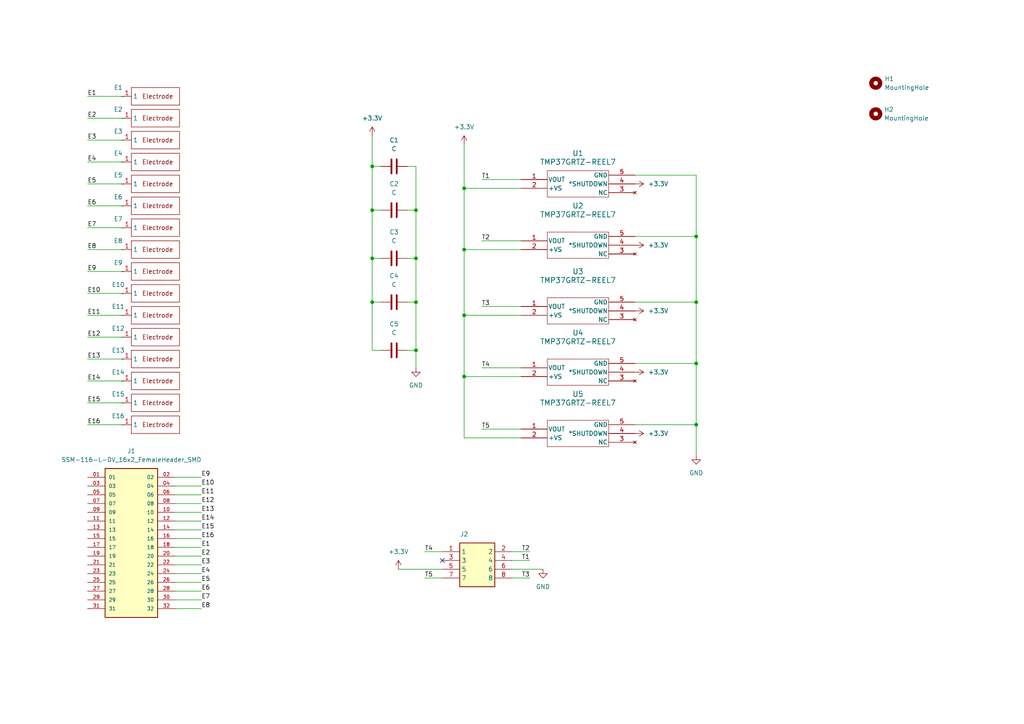
<source format=kicad_sch>
(kicad_sch (version 20230121) (generator eeschema)
  (paper "A4")
  (lib_symbols
    (symbol "Device:C" (pin_numbers hide) (pin_names (offset 0.254))
      (property "Reference" "C" (at 0.635 2.54 0))
      (property "Value" "C" (at 0.635 -2.54 0))
      (symbol "C_0_1"
        (polyline (pts (xy -2.032 -0.762) (xy 2.032 -0.762)) (stroke (width 0.508)))
        (polyline (pts (xy -2.032 0.762) (xy 2.032 0.762)) (stroke (width 0.508)))
      )
      (symbol "C_1_1"
        (pin passive line (at 0 3.81 270) (length 2.794) (name "~") (number "1"))
        (pin passive line (at 0 -3.81 90) (length 2.794) (name "~") (number "2"))
      )
    )
    (symbol "MasterThesis_library:61030821821"
      (property "Reference" "J" (at 3.81 7.62 0))
      (property "Value" "61030821821_4x2_SMD_FemaleHeader" (at 3.81 5.08 0))
      (symbol "61030821821_1_1"
        (rectangle (start 5.08 2.54) (end 15.24 -10.16) (stroke (width 0.254)) (fill (type background)))
        (pin passive line (at 0 0 0) (length 5.08) (name "1") (number "1"))
        (pin passive line (at 20.32 0 180) (length 5.08) (name "2") (number "2"))
        (pin passive line (at 0 -2.54 0) (length 5.08) (name "3") (number "3"))
        (pin passive line (at 20.32 -2.54 180) (length 5.08) (name "4") (number "4"))
        (pin passive line (at 0 -5.08 0) (length 5.08) (name "5") (number "5"))
        (pin passive line (at 20.32 -5.08 180) (length 5.08) (name "6") (number "6"))
        (pin passive line (at 0 -7.62 0) (length 5.08) (name "7") (number "7"))
        (pin passive line (at 20.32 -7.62 180) (length 5.08) (name "8") (number "8"))
      )
    )
    (symbol "MasterThesis_library:Electrode"
      (property "Reference" "E" (at -1.27 2.54 0))
      (symbol "Electrode_0_1"
        (rectangle (start 2.54 2.54) (end 16.51 -2.54))
      )
      (symbol "Electrode_1_1"
        (text "Electrode" (at 10.16 0 0) (effects (font (size 1.27 1.27))))
        (pin bidirectional line (at 0 0 0) (length 2.54) (name "1") (number "1"))
      )
    )
    (symbol "MasterThesis_library:SSM-116-L-DV_16x2_FemaleHeader_SMD" (pin_names (offset 1.016))
      (property "Reference" "J" (at -7.62 24.13 0))
      (property "Value" "SSM-116-L-DV_16x2_FemaleHeader_SMD" (at -7.62 -22.86 0))
      (symbol "SSM-116-L-DV_16x2_FemaleHeader_SMD_0_0"
        (rectangle (start -7.62 22.86) (end 7.62 -20.32) (stroke (width 0.254)) (fill (type background)))
        (pin passive line (at -12.7 20.32 0) (length 5.08) (name "01") (number "01"))
        (pin passive line (at 12.7 20.32 180) (length 5.08) (name "02") (number "02"))
        (pin passive line (at -12.7 17.78 0) (length 5.08) (name "03") (number "03"))
        (pin passive line (at 12.7 17.78 180) (length 5.08) (name "04") (number "04"))
        (pin passive line (at -12.7 15.24 0) (length 5.08) (name "05") (number "05"))
        (pin passive line (at 12.7 15.24 180) (length 5.08) (name "06") (number "06"))
        (pin passive line (at -12.7 12.7 0) (length 5.08) (name "07") (number "07"))
        (pin passive line (at 12.7 12.7 180) (length 5.08) (name "08") (number "08"))
        (pin passive line (at -12.7 10.16 0) (length 5.08) (name "09") (number "09"))
        (pin passive line (at 12.7 10.16 180) (length 5.08) (name "10") (number "10"))
        (pin passive line (at -12.7 7.62 0) (length 5.08) (name "11") (number "11"))
        (pin passive line (at 12.7 7.62 180) (length 5.08) (name "12") (number "12"))
        (pin passive line (at -12.7 5.08 0) (length 5.08) (name "13") (number "13"))
        (pin passive line (at 12.7 5.08 180) (length 5.08) (name "14") (number "14"))
        (pin passive line (at -12.7 2.54 0) (length 5.08) (name "15") (number "15"))
        (pin passive line (at 12.7 2.54 180) (length 5.08) (name "16") (number "16"))
        (pin passive line (at -12.7 0 0) (length 5.08) (name "17") (number "17"))
        (pin passive line (at 12.7 0 180) (length 5.08) (name "18") (number "18"))
        (pin passive line (at -12.7 -2.54 0) (length 5.08) (name "19") (number "19"))
        (pin passive line (at 12.7 -2.54 180) (length 5.08) (name "20") (number "20"))
        (pin passive line (at -12.7 -5.08 0) (length 5.08) (name "21") (number "21"))
        (pin passive line (at 12.7 -5.08 180) (length 5.08) (name "22") (number "22"))
        (pin passive line (at -12.7 -7.62 0) (length 5.08) (name "23") (number "23"))
        (pin passive line (at 12.7 -7.62 180) (length 5.08) (name "24") (number "24"))
        (pin passive line (at -12.7 -10.16 0) (length 5.08) (name "25") (number "25"))
        (pin passive line (at 12.7 -10.16 180) (length 5.08) (name "26") (number "26"))
        (pin passive line (at -12.7 -12.7 0) (length 5.08) (name "27") (number "27"))
        (pin passive line (at 12.7 -12.7 180) (length 5.08) (name "28") (number "28"))
        (pin passive line (at -12.7 -15.24 0) (length 5.08) (name "29") (number "29"))
        (pin passive line (at 12.7 -15.24 180) (length 5.08) (name "30") (number "30"))
        (pin passive line (at -12.7 -17.78 0) (length 5.08) (name "31") (number "31"))
        (pin passive line (at 12.7 -17.78 180) (length 5.08) (name "32") (number "32"))
      )
    )
    (symbol "MasterThesis_library:TMP37GRTZ-REEL7" (pin_names (offset 0.254))
      (property "Reference" "U" (at 16.51 10.16 0))
      (property "Value" "TMP37GRTZ-REEL7" (at 16.51 7.62 0))
      (symbol "TMP37GRTZ-REEL7_0_1"
        (polyline (pts (xy 7.62 -5.08) (xy 25.4 -5.08)) (stroke (width 0.127)))
        (polyline (pts (xy 7.62 2.54) (xy 7.62 -5.08)) (stroke (width 0.127)))
        (polyline (pts (xy 25.4 -5.08) (xy 25.4 2.54)) (stroke (width 0.127)))
        (polyline (pts (xy 25.4 2.54) (xy 7.62 2.54)) (stroke (width 0.127)))
        (pin output line (at 0 0 0) (length 7.62) (name "VOUT") (number "1"))
        (pin power_in line (at 0 -2.54 0) (length 7.62) (name "+VS") (number "2"))
        (pin no_connect line (at 33.02 -3.81 180) (length 7.62) (name "NC") (number "3"))
        (pin unspecified line (at 33.02 -1.27 180) (length 7.62) (name "*SHUTDOWN") (number "4"))
        (pin power_out line (at 33.02 1.27 180) (length 7.62) (name "GND") (number "5"))
      )
    )
    (symbol "Mechanical:MountingHole" (pin_names (offset 1.016))
      (property "Reference" "H" (at 0 5.08 0))
      (property "Value" "MountingHole" (at 0 3.175 0))
      (symbol "MountingHole_0_1"
        (circle (center 0 0) (radius 1.27) (stroke (width 1.27)))
      )
    )
    (symbol "power:+3.3V" (power) (pin_names (offset 0))
      (property "Value" "+3.3V" (at 0 3.556 0))
      (symbol "+3.3V_0_1"
        (polyline (pts (xy -0.762 1.27) (xy 0 2.54)))
        (polyline (pts (xy 0 0) (xy 0 2.54)))
        (polyline (pts (xy 0 2.54) (xy 0.762 1.27)))
      )
      (symbol "+3.3V_1_1"
        (pin power_in line (at 0 0 90) (length 0) hide (name "+3.3V") (number "1"))
      )
    )
    (symbol "power:GND" (power) (pin_names (offset 0))
      (property "Value" "GND" (at 0 -3.81 0))
      (symbol "GND_0_1"
        (polyline (pts (xy 0 0) (xy 0 -1.27) (xy 1.27 -1.27) (xy 0 -2.54) (xy -1.27 -1.27) (xy 0 -1.27)))
      )
      (symbol "GND_1_1"
        (pin power_in line (at 0 0 270) (length 0) hide (name "GND") (number "1"))
      )
    )
  )
  (junction (at 107.95 60.96))
  (junction (at 107.95 74.93))
  (junction (at 107.95 87.63))
  (junction (at 134.62 54.61))
  (junction (at 120.65 60.96))
  (junction (at 201.93 68.58))
  (junction (at 107.95 48.26))
  (junction (at 120.65 74.93))
  (junction (at 120.65 87.63))
  (junction (at 120.65 101.6))
  (junction (at 201.93 87.63))
  (junction (at 134.62 109.22))
  (junction (at 134.62 91.44))
  (junction (at 201.93 105.41))
  (junction (at 201.93 123.19))
  (junction (at 134.62 72.39))
  (no_connect (at 128.27 162.56))
  (wire (pts (xy 25.4 123.19) (xy 35.56 123.19)))
  (wire (pts (xy 58.42 168.91) (xy 50.8 168.91)))
  (wire (pts (xy 139.7 106.68) (xy 151.13 106.68)))
  (wire (pts (xy 50.8 161.29) (xy 58.42 161.29)))
  (wire (pts (xy 25.4 66.04) (xy 35.56 66.04)))
  (wire (pts (xy 110.49 87.63) (xy 107.95 87.63)))
  (wire (pts (xy 151.13 127) (xy 134.62 127)))
  (wire (pts (xy 139.7 69.85) (xy 151.13 69.85)))
  (wire (pts (xy 120.65 60.96) (xy 120.65 48.26)))
  (wire (pts (xy 153.67 160.02) (xy 148.59 160.02)))
  (wire (pts (xy 50.8 158.75) (xy 58.42 158.75)))
  (wire (pts (xy 118.11 87.63) (xy 120.65 87.63)))
  (wire (pts (xy 107.95 48.26) (xy 110.49 48.26)))
  (wire (pts (xy 139.7 88.9) (xy 151.13 88.9)))
  (wire (pts (xy 134.62 54.61) (xy 134.62 72.39)))
  (wire (pts (xy 201.93 123.19) (xy 201.93 132.08)))
  (wire (pts (xy 201.93 50.8) (xy 201.93 68.58)))
  (wire (pts (xy 25.4 85.09) (xy 35.56 85.09)))
  (wire (pts (xy 58.42 163.83) (xy 50.8 163.83)))
  (wire (pts (xy 25.4 40.64) (xy 35.56 40.64)))
  (wire (pts (xy 107.95 60.96) (xy 107.95 74.93)))
  (wire (pts (xy 153.67 162.56) (xy 148.59 162.56)))
  (wire (pts (xy 58.42 148.59) (xy 50.8 148.59)))
  (wire (pts (xy 25.4 34.29) (xy 35.56 34.29)))
  (wire (pts (xy 25.4 46.99) (xy 35.56 46.99)))
  (wire (pts (xy 201.93 105.41) (xy 201.93 123.19)))
  (wire (pts (xy 151.13 91.44) (xy 134.62 91.44)))
  (wire (pts (xy 107.95 39.37) (xy 107.95 48.26)))
  (wire (pts (xy 184.15 123.19) (xy 201.93 123.19)))
  (wire (pts (xy 58.42 173.99) (xy 50.8 173.99)))
  (wire (pts (xy 25.4 27.94) (xy 35.56 27.94)))
  (wire (pts (xy 134.62 127) (xy 134.62 109.22)))
  (wire (pts (xy 134.62 54.61) (xy 151.13 54.61)))
  (wire (pts (xy 107.95 101.6) (xy 107.95 87.63)))
  (wire (pts (xy 120.65 48.26) (xy 118.11 48.26)))
  (wire (pts (xy 201.93 68.58) (xy 201.93 87.63)))
  (wire (pts (xy 134.62 109.22) (xy 134.62 91.44)))
  (wire (pts (xy 25.4 104.14) (xy 35.56 104.14)))
  (wire (pts (xy 25.4 97.79) (xy 35.56 97.79)))
  (wire (pts (xy 107.95 48.26) (xy 107.95 60.96)))
  (wire (pts (xy 58.42 140.97) (xy 50.8 140.97)))
  (wire (pts (xy 58.42 138.43) (xy 50.8 138.43)))
  (wire (pts (xy 201.93 87.63) (xy 201.93 105.41)))
  (wire (pts (xy 58.42 156.21) (xy 50.8 156.21)))
  (wire (pts (xy 184.15 105.41) (xy 201.93 105.41)))
  (wire (pts (xy 184.15 87.63) (xy 201.93 87.63)))
  (wire (pts (xy 153.67 167.64) (xy 148.59 167.64)))
  (wire (pts (xy 134.62 91.44) (xy 134.62 72.39)))
  (wire (pts (xy 58.42 143.51) (xy 50.8 143.51)))
  (wire (pts (xy 107.95 87.63) (xy 107.95 74.93)))
  (wire (pts (xy 58.42 176.53) (xy 50.8 176.53)))
  (wire (pts (xy 139.7 52.07) (xy 151.13 52.07)))
  (wire (pts (xy 118.11 74.93) (xy 120.65 74.93)))
  (wire (pts (xy 58.42 153.67) (xy 50.8 153.67)))
  (wire (pts (xy 120.65 87.63) (xy 120.65 74.93)))
  (wire (pts (xy 123.19 167.64) (xy 128.27 167.64)))
  (wire (pts (xy 25.4 72.39) (xy 35.56 72.39)))
  (wire (pts (xy 110.49 60.96) (xy 107.95 60.96)))
  (wire (pts (xy 58.42 151.13) (xy 50.8 151.13)))
  (wire (pts (xy 58.42 171.45) (xy 50.8 171.45)))
  (wire (pts (xy 151.13 109.22) (xy 134.62 109.22)))
  (wire (pts (xy 157.48 165.1) (xy 148.59 165.1)))
  (wire (pts (xy 25.4 91.44) (xy 35.56 91.44)))
  (wire (pts (xy 134.62 54.61) (xy 134.62 41.91)))
  (wire (pts (xy 139.7 124.46) (xy 151.13 124.46)))
  (wire (pts (xy 184.15 50.8) (xy 201.93 50.8)))
  (wire (pts (xy 25.4 78.74) (xy 35.56 78.74)))
  (wire (pts (xy 110.49 101.6) (xy 107.95 101.6)))
  (wire (pts (xy 25.4 110.49) (xy 35.56 110.49)))
  (wire (pts (xy 25.4 53.34) (xy 35.56 53.34)))
  (wire (pts (xy 110.49 74.93) (xy 107.95 74.93)))
  (wire (pts (xy 118.11 60.96) (xy 120.65 60.96)))
  (wire (pts (xy 120.65 106.68) (xy 120.65 101.6)))
  (wire (pts (xy 120.65 101.6) (xy 120.65 87.63)))
  (wire (pts (xy 118.11 101.6) (xy 120.65 101.6)))
  (wire (pts (xy 25.4 116.84) (xy 35.56 116.84)))
  (wire (pts (xy 134.62 72.39) (xy 151.13 72.39)))
  (wire (pts (xy 25.4 59.69) (xy 35.56 59.69)))
  (wire (pts (xy 58.42 166.37) (xy 50.8 166.37)))
  (wire (pts (xy 58.42 146.05) (xy 50.8 146.05)))
  (wire (pts (xy 120.65 74.93) (xy 120.65 60.96)))
  (wire (pts (xy 115.57 165.1) (xy 128.27 165.1)))
  (wire (pts (xy 184.15 68.58) (xy 201.93 68.58)))
  (wire (pts (xy 123.19 160.02) (xy 128.27 160.02)))
  (label "E3" (at 25.4 40.64 0))
  (label "E11" (at 25.4 91.44 0))
  (label "T1" (at 153.67 162.56 180))
  (label "E4" (at 58.42 166.37 0))
  (label "T4" (at 123.19 160.02 0))
  (label "E11" (at 58.42 143.51 0))
  (label "E7" (at 58.42 173.99 0))
  (label "E13" (at 25.4 104.14 0))
  (label "E9" (at 25.4 78.74 0))
  (label "T5" (at 123.19 167.64 0))
  (label "E5" (at 58.42 168.91 0))
  (label "E6" (at 25.4 59.69 0))
  (label "E10" (at 25.4 85.09 0))
  (label "E1" (at 25.4 27.94 0))
  (label "T3" (at 153.67 167.64 180))
  (label "E16" (at 58.42 156.21 0))
  (label "E14" (at 58.42 151.13 0))
  (label "E2" (at 58.42 161.29 0))
  (label "T2" (at 153.67 160.02 180))
  (label "E8" (at 58.42 176.53 0))
  (label "E8" (at 25.4 72.39 0))
  (label "T2" (at 139.7 69.85 0))
  (label "E6" (at 58.42 171.45 0))
  (label "E13" (at 58.42 148.59 0))
  (label "E2" (at 25.4 34.29 0))
  (label "E15" (at 25.4 116.84 0))
  (label "E12" (at 58.42 146.05 0))
  (label "T3" (at 139.7 88.9 0))
  (label "E15" (at 58.42 153.67 0))
  (label "E9" (at 58.42 138.43 0))
  (label "E10" (at 58.42 140.97 0))
  (label "E4" (at 25.4 46.99 0))
  (label "T1" (at 139.7 52.07 0))
  (label "E16" (at 25.4 123.19 0))
  (label "E7" (at 25.4 66.04 0))
  (label "T5" (at 139.7 124.46 0))
  (label "E5" (at 25.4 53.34 0))
  (label "E3" (at 58.42 163.83 0))
  (label "E1" (at 58.42 158.75 0))
  (label "E14" (at 25.4 110.49 0))
  (label "E12" (at 25.4 97.79 0))
  (label "T4" (at 139.7 106.68 0))
  (symbol (lib_id "MasterThesis_library:Electrode") (at 35.56 34.29 0) (unit 1)
    (property "Reference" "E2" (at 34.29 31.75 0))
    (property "Value" "~" (at 35.56 34.29 0))
    (property "Footprint" "MasterThesis_library:Electrode" (effects hide))
  )
  (symbol (lib_id "power:GND") (at 157.48 165.1 0) (unit 1)
    (property "Reference" "#PWR011" (effects hide))
    (property "Value" "GND" (at 157.48 170.18 0))
  )
  (symbol (lib_id "power:+3.3V") (at 115.57 165.1 0) (unit 1)
    (property "Reference" "#PWR010" (effects hide))
    (property "Value" "+3.3V" (at 115.57 160.02 0))
  )
  (symbol (lib_id "MasterThesis_library:Electrode") (at 35.56 66.04 0) (unit 1)
    (property "Reference" "E7" (at 34.29 63.5 0))
    (property "Value" "~" (at 35.56 66.04 0))
    (property "Footprint" "MasterThesis_library:Electrode" (effects hide))
  )
  (symbol (lib_id "MasterThesis_library:TMP37GRTZ-REEL7") (at 151.13 124.46 0) (unit 1)
    (property "Reference" "U5" (at 167.64 114.3 0) (effects (font (size 1.524 1.524))))
    (property "Value" "TMP37GRTZ-REEL7" (at 167.64 116.84 0) (effects (font (size 1.524 1.524))))
    (property "Footprint" "MasterThesis_library:TMP37" (effects hide))
    (property "Datasheet" "TMP37GRTZ-REEL7" (effects hide))
  )
  (symbol (lib_id "MasterThesis_library:Electrode") (at 35.56 123.19 0) (unit 1)
    (property "Reference" "E16" (at 34.29 120.65 0))
    (property "Value" "~" (at 35.56 123.19 0))
    (property "Footprint" "MasterThesis_library:Electrode" (effects hide))
  )
  (symbol (lib_id "MasterThesis_library:Electrode") (at 35.56 78.74 0) (unit 1)
    (property "Reference" "E9" (at 34.29 76.2 0))
    (property "Value" "~" (at 35.56 78.74 0))
    (property "Footprint" "MasterThesis_library:Electrode" (effects hide))
  )
  (symbol (lib_id "MasterThesis_library:Electrode") (at 35.56 40.64 0) (unit 1)
    (property "Reference" "E3" (at 34.29 38.1 0))
    (property "Value" "~" (at 35.56 40.64 0))
    (property "Footprint" "MasterThesis_library:Electrode" (effects hide))
  )
  (symbol (lib_id "MasterThesis_library:Electrode") (at 35.56 59.69 0) (unit 1)
    (property "Reference" "E6" (at 34.29 57.15 0))
    (property "Value" "~" (at 35.56 59.69 0))
    (property "Footprint" "MasterThesis_library:Electrode" (effects hide))
  )
  (symbol (lib_id "MasterThesis_library:Electrode") (at 35.56 97.79 0) (unit 1)
    (property "Reference" "E12" (at 34.29 95.25 0))
    (property "Value" "~" (at 35.56 97.79 0))
    (property "Footprint" "MasterThesis_library:Electrode" (effects hide))
  )
  (symbol (lib_id "power:+3.3V") (at 107.95 39.37 0) (unit 1)
    (property "Reference" "#PWR08" (effects hide))
    (property "Value" "+3.3V" (at 107.95 34.29 0))
  )
  (symbol (lib_id "MasterThesis_library:Electrode") (at 35.56 46.99 0) (unit 1)
    (property "Reference" "E4" (at 34.29 44.45 0))
    (property "Value" "~" (at 35.56 46.99 0))
    (property "Footprint" "MasterThesis_library:Electrode" (effects hide))
  )
  (symbol (lib_id "power:+3.3V") (at 184.15 107.95 270) (unit 1)
    (property "Reference" "#PWR06" (effects hide))
    (property "Value" "+3.3V" (at 187.96 107.95 90) (effects (justify left)))
  )
  (symbol (lib_id "Device:C") (at 114.3 48.26 90) (unit 1)
    (property "Reference" "C1" (at 114.3 40.64 90))
    (property "Value" "C" (at 114.3 43.18 90))
    (property "Footprint" "Capacitor_SMD:C_0402_1005Metric_Pad0.74x0.62mm_HandSolder" (effects hide))
  )
  (symbol (lib_id "MasterThesis_library:Electrode") (at 35.56 116.84 0) (unit 1)
    (property "Reference" "E15" (at 34.29 114.3 0))
    (property "Value" "~" (at 35.56 116.84 0))
    (property "Footprint" "MasterThesis_library:Electrode" (effects hide))
  )
  (symbol (lib_id "power:+3.3V") (at 184.15 125.73 270) (unit 1)
    (property "Reference" "#PWR07" (effects hide))
    (property "Value" "+3.3V" (at 187.96 125.73 90) (effects (justify left)))
  )
  (symbol (lib_id "MasterThesis_library:TMP37GRTZ-REEL7") (at 151.13 69.85 0) (unit 1)
    (property "Reference" "U2" (at 167.64 59.69 0) (effects (font (size 1.524 1.524))))
    (property "Value" "TMP37GRTZ-REEL7" (at 167.64 62.23 0) (effects (font (size 1.524 1.524))))
    (property "Footprint" "MasterThesis_library:TMP37" (effects hide))
    (property "Datasheet" "TMP37GRTZ-REEL7" (effects hide))
  )
  (symbol (lib_id "MasterThesis_library:61030821821") (at 128.27 160.02 0) (unit 1)
    (property "Reference" "J2" (at 134.62 154.94 0))
    (property "Value" "61030821821_4x2_SMD_FemaleHeader" (effects hide))
    (property "Footprint" "MasterThesis_library:61030821821_4x2_FemaleHeader_SMD" (effects hide))
    (property "Datasheet" "https://www.we-online.com/catalog/datasheet/61030821821.pdf" (effects hide))
    (property "Height" "7.75" (effects hide))
    (property "Mouser Part Number" "710-61030821821" (effects hide))
    (property "Mouser Price/Stock" "https://www.mouser.co.uk/ProductDetail/Wurth-Elektronik/61030821821?qs=Cb2nCFKsA8oJEHHhLPQ3%2Fg%3D%3D" (effects hide))
    (property "Manufacturer_Name" "Wurth Elektronik" (effects hide))
    (property "Manufacturer_Part_Number" "61030821821" (effects hide))
  )
  (symbol (lib_id "Mechanical:MountingHole") (at 254 33.02 0) (unit 1)
    (property "Reference" "H2" (at 257.81 31.75 0))
    (property "Value" "MountingHole" (at 262.89 34.29 0))
    (property "Footprint" "MountingHole:MountingHole_3.2mm_M3_DIN965_Pad" (effects hide))
  )
  (symbol (lib_id "power:GND") (at 201.93 132.08 0) (unit 1)
    (property "Reference" "#PWR01" (effects hide))
    (property "Value" "GND" (at 201.93 137.16 0))
  )
  (symbol (lib_id "MasterThesis_library:TMP37GRTZ-REEL7") (at 151.13 52.07 0) (unit 1)
    (property "Reference" "U1" (at 167.64 44.45 0) (effects (font (size 1.524 1.524))))
    (property "Value" "TMP37GRTZ-REEL7" (at 167.64 46.99 0) (effects (font (size 1.524 1.524))))
    (property "Footprint" "MasterThesis_library:TMP37" (effects hide))
    (property "Datasheet" "TMP37GRTZ-REEL7" (effects hide))
  )
  (symbol (lib_id "MasterThesis_library:Electrode") (at 35.56 104.14 0) (unit 1)
    (property "Reference" "E13" (at 34.29 101.6 0))
    (property "Value" "~" (at 35.56 104.14 0))
    (property "Footprint" "MasterThesis_library:Electrode" (effects hide))
  )
  (symbol (lib_id "MasterThesis_library:Electrode") (at 35.56 27.94 0) (unit 1)
    (property "Reference" "E1" (at 33.02 25.4 0) (effects (justify left)))
    (property "Value" "~" (at 35.56 27.94 0))
    (property "Footprint" "MasterThesis_library:Electrode" (effects hide))
  )
  (symbol (lib_id "MasterThesis_library:Electrode") (at 35.56 110.49 0) (unit 1)
    (property "Reference" "E14" (at 34.29 107.95 0))
    (property "Value" "~" (at 35.56 110.49 0))
    (property "Footprint" "MasterThesis_library:Electrode" (effects hide))
  )
  (symbol (lib_id "Device:C") (at 114.3 101.6 90) (unit 1)
    (property "Reference" "C5" (at 114.3 93.98 90))
    (property "Value" "C" (at 114.3 96.52 90))
    (property "Footprint" "Capacitor_SMD:C_0402_1005Metric_Pad0.74x0.62mm_HandSolder" (effects hide))
  )
  (symbol (lib_id "power:+3.3V") (at 184.15 90.17 270) (unit 1)
    (property "Reference" "#PWR05" (effects hide))
    (property "Value" "+3.3V" (at 187.96 90.17 90) (effects (justify left)))
  )
  (symbol (lib_id "Device:C") (at 114.3 74.93 90) (unit 1)
    (property "Reference" "C3" (at 114.3 67.31 90))
    (property "Value" "C" (at 114.3 69.85 90))
    (property "Footprint" "Capacitor_SMD:C_0402_1005Metric_Pad0.74x0.62mm_HandSolder" (effects hide))
  )
  (symbol (lib_id "power:+3.3V") (at 134.62 41.91 0) (unit 1)
    (property "Reference" "#PWR02" (effects hide))
    (property "Value" "+3.3V" (at 134.62 36.83 0))
  )
  (symbol (lib_id "Mechanical:MountingHole") (at 254 24.13 0) (unit 1)
    (property "Reference" "H1" (at 256.54 22.86 0) (effects (justify left)))
    (property "Value" "MountingHole" (at 256.54 25.4 0) (effects (justify left)))
    (property "Footprint" "MountingHole:MountingHole_3.2mm_M3_DIN965_Pad" (effects hide))
  )
  (symbol (lib_id "MasterThesis_library:SSM-116-L-DV_16x2_FemaleHeader_SMD") (at 38.1 158.75 0) (unit 1)
    (property "Reference" "J1" (at 38.1 130.81 0))
    (property "Value" "SSM-116-L-DV_16x2_FemaleHeader_SMD" (at 38.1 133.35 0))
    (property "Footprint" "MasterThesis_library:SAMTEC_SSM-116-L-DV_16x2_SMD_FemaleHeader" (effects hide))
    (property "PARTREV" "R" (effects hide))
    (property "STANDARD" "Manufacturer Recommendations" (effects hide))
    (property "MANUFACTURER" "Samtec" (effects hide))
  )
  (symbol (lib_id "Device:C") (at 114.3 87.63 90) (unit 1)
    (property "Reference" "C4" (at 114.3 80.01 90))
    (property "Value" "C" (at 114.3 82.55 90))
    (property "Footprint" "Capacitor_SMD:C_0402_1005Metric_Pad0.74x0.62mm_HandSolder" (effects hide))
  )
  (symbol (lib_id "MasterThesis_library:Electrode") (at 35.56 72.39 0) (unit 1)
    (property "Reference" "E8" (at 34.29 69.85 0))
    (property "Value" "~" (at 35.56 72.39 0))
    (property "Footprint" "MasterThesis_library:Electrode" (effects hide))
  )
  (symbol (lib_id "MasterThesis_library:TMP37GRTZ-REEL7") (at 151.13 88.9 0) (unit 1)
    (property "Reference" "U3" (at 167.64 78.74 0) (effects (font (size 1.524 1.524))))
    (property "Value" "TMP37GRTZ-REEL7" (at 167.64 81.28 0) (effects (font (size 1.524 1.524))))
    (property "Footprint" "MasterThesis_library:TMP37" (effects hide))
    (property "Datasheet" "TMP37GRTZ-REEL7" (effects hide))
  )
  (symbol (lib_id "MasterThesis_library:Electrode") (at 35.56 85.09 0) (unit 1)
    (property "Reference" "E10" (at 34.29 82.55 0))
    (property "Value" "~" (at 35.56 85.09 0))
    (property "Footprint" "MasterThesis_library:Electrode" (effects hide))
  )
  (symbol (lib_id "MasterThesis_library:Electrode") (at 35.56 53.34 0) (unit 1)
    (property "Reference" "E5" (at 34.29 50.8 0))
    (property "Value" "~" (at 35.56 53.34 0))
    (property "Footprint" "MasterThesis_library:Electrode" (effects hide))
  )
  (symbol (lib_id "power:+3.3V") (at 184.15 53.34 270) (unit 1)
    (property "Reference" "#PWR03" (effects hide))
    (property "Value" "+3.3V" (at 187.96 53.34 90) (effects (justify left)))
  )
  (symbol (lib_id "Device:C") (at 114.3 60.96 90) (unit 1)
    (property "Reference" "C2" (at 114.3 53.34 90))
    (property "Value" "C" (at 114.3 55.88 90))
    (property "Footprint" "Capacitor_SMD:C_0402_1005Metric_Pad0.74x0.62mm_HandSolder" (effects hide))
  )
  (symbol (lib_id "MasterThesis_library:Electrode") (at 35.56 91.44 0) (unit 1)
    (property "Reference" "E11" (at 34.29 88.9 0))
    (property "Value" "~" (at 35.56 91.44 0))
    (property "Footprint" "MasterThesis_library:Electrode" (effects hide))
  )
  (symbol (lib_id "power:GND") (at 120.65 106.68 0) (unit 1)
    (property "Reference" "#PWR09" (effects hide))
    (property "Value" "GND" (at 120.65 111.76 0))
  )
  (symbol (lib_id "MasterThesis_library:TMP37GRTZ-REEL7") (at 151.13 106.68 0) (unit 1)
    (property "Reference" "U4" (at 167.64 96.52 0) (effects (font (size 1.524 1.524))))
    (property "Value" "TMP37GRTZ-REEL7" (at 167.64 99.06 0) (effects (font (size 1.524 1.524))))
    (property "Footprint" "MasterThesis_library:TMP37" (effects hide))
    (property "Datasheet" "TMP37GRTZ-REEL7" (effects hide))
  )
  (symbol (lib_id "power:+3.3V") (at 184.15 71.12 270) (unit 1)
    (property "Reference" "#PWR04" (effects hide))
    (property "Value" "+3.3V" (at 187.96 71.12 90) (effects (justify left)))
  )
)
</source>
